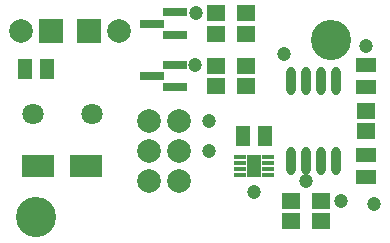
<source format=gts>
G04 Layer_Color=20142*
%FSLAX44Y44*%
%MOMM*%
G71*
G01*
G75*
%ADD29R,2.0032X0.8032*%
%ADD30R,1.0032X0.4532*%
%ADD31R,1.2032X1.9032*%
%ADD32R,1.5532X1.3532*%
%ADD33R,1.2532X1.6532*%
%ADD34R,2.7032X1.9032*%
%ADD35O,0.8032X2.4032*%
%ADD36R,1.6532X1.2532*%
%ADD37R,2.0032X2.0032*%
%ADD38C,2.0032*%
%ADD39C,1.8032*%
%ADD40C,3.4032*%
%ADD41C,1.2032*%
D29*
X558450Y544950D02*
D03*
Y563950D02*
D03*
X538450Y554450D02*
D03*
X558450Y589400D02*
D03*
Y608400D02*
D03*
X538450Y598900D02*
D03*
D30*
X636600Y470750D02*
D03*
Y475750D02*
D03*
Y480750D02*
D03*
Y485750D02*
D03*
X612700Y470750D02*
D03*
Y475750D02*
D03*
Y480750D02*
D03*
Y485750D02*
D03*
D31*
X624650Y478250D02*
D03*
D32*
X656400Y431400D02*
D03*
Y448900D02*
D03*
X719900Y507600D02*
D03*
Y525100D02*
D03*
X618300Y607650D02*
D03*
Y590150D02*
D03*
X592900D02*
D03*
Y607650D02*
D03*
X618300Y563200D02*
D03*
Y545700D02*
D03*
X592900D02*
D03*
Y563200D02*
D03*
X681800Y431400D02*
D03*
Y448900D02*
D03*
D33*
X615400Y503650D02*
D03*
X633900D02*
D03*
X431250Y560800D02*
D03*
X449750D02*
D03*
D34*
X482500Y478250D02*
D03*
X442500D02*
D03*
D35*
X694500Y550350D02*
D03*
X681800D02*
D03*
X669100D02*
D03*
X656400D02*
D03*
X694500Y482350D02*
D03*
X681800D02*
D03*
X669100D02*
D03*
X656400D02*
D03*
D36*
X719900Y545200D02*
D03*
Y563700D02*
D03*
Y487500D02*
D03*
Y469000D02*
D03*
D37*
X453200Y592550D02*
D03*
X484950D02*
D03*
D38*
X427800D02*
D03*
X535750Y465550D02*
D03*
X561150D02*
D03*
X535750Y516350D02*
D03*
Y490950D02*
D03*
X561150D02*
D03*
Y516350D02*
D03*
X510350Y592550D02*
D03*
D39*
X437500Y522700D02*
D03*
X487500D02*
D03*
D40*
X440000Y435000D02*
D03*
X690000Y585000D02*
D03*
D41*
X586550Y516350D02*
D03*
X669100Y465550D02*
D03*
X586550Y490950D02*
D03*
X698450Y448900D02*
D03*
X650050Y573500D02*
D03*
X576050Y607650D02*
D03*
X575300Y563950D02*
D03*
X719900Y579850D02*
D03*
X726250Y446500D02*
D03*
X624650Y456201D02*
D03*
M02*

</source>
